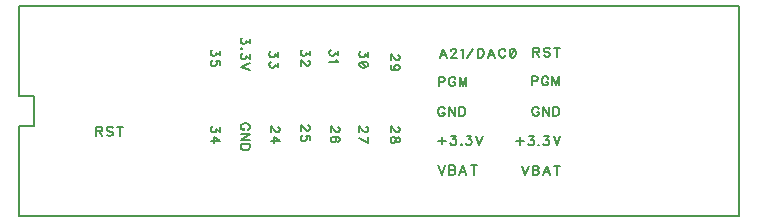
<source format=gto>
G04 DipTrace 3.0.0.2*
G04 Teensy-TC36--T3.2-Adapter.gto*
%MOIN*%
G04 #@! TF.FileFunction,Legend,Top*
G04 #@! TF.Part,Single*
%ADD13C,0.008*%
%ADD14C,0.007*%
%FSLAX26Y26*%
G04*
G70*
G90*
G75*
G01*
G04 TopSilk*
%LPD*%
X443621Y693721D2*
D13*
Y793681D1*
X393701D1*
Y1093701D1*
X2793701D1*
Y393701D1*
X393701D1*
Y693721D1*
X443621D1*
X650635Y678141D2*
D14*
X663535D1*
X667846Y679601D1*
X669305Y681027D1*
X670731Y683878D1*
Y686763D1*
X669305Y689615D1*
X667846Y691075D1*
X663535Y692500D1*
X650635D1*
Y662356D1*
X660683Y678141D2*
X670731Y662356D1*
X704827Y688189D2*
X701975Y691075D1*
X697664Y692500D1*
X691927D1*
X687616Y691075D1*
X684731Y688189D1*
Y685338D1*
X686191Y682452D1*
X687616Y681027D1*
X690468Y679601D1*
X699090Y676715D1*
X701975Y675290D1*
X703401Y673830D1*
X704827Y670979D1*
Y666667D1*
X701975Y663816D1*
X697664Y662356D1*
X691927D1*
X687616Y663816D1*
X684731Y666667D1*
X728875Y692500D2*
Y662356D1*
X718827Y692500D2*
X738923D1*
X2107599Y941964D2*
X2120499D1*
X2124810Y943423D1*
X2126269Y944849D1*
X2127695Y947701D1*
Y950586D1*
X2126269Y953438D1*
X2124810Y954897D1*
X2120499Y956323D1*
X2107599D1*
Y926179D1*
X2117647Y941964D2*
X2127695Y926179D1*
X2161791Y952012D2*
X2158939Y954897D1*
X2154628Y956323D1*
X2148891D1*
X2144580Y954897D1*
X2141695Y952012D1*
Y949160D1*
X2143154Y946275D1*
X2144580Y944849D1*
X2147432Y943423D1*
X2156054Y940538D1*
X2158939Y939112D1*
X2160365Y937653D1*
X2161791Y934801D1*
Y930490D1*
X2158939Y927638D1*
X2154628Y926179D1*
X2148891D1*
X2144580Y927638D1*
X2141695Y930490D1*
X2185839Y956323D2*
Y926179D1*
X2175791Y956323D2*
X2195887D1*
X2101210Y844702D2*
X2114143D1*
X2118421Y846128D1*
X2119880Y847587D1*
X2121306Y850439D1*
Y854750D1*
X2119880Y857602D1*
X2118421Y859061D1*
X2114143Y860487D1*
X2101210D1*
Y830343D1*
X2156828Y853324D2*
X2155402Y856176D1*
X2152517Y859061D1*
X2149665Y860487D1*
X2143928D1*
X2141043Y859061D1*
X2138191Y856176D1*
X2136732Y853324D1*
X2135306Y849013D1*
Y841817D1*
X2136732Y837539D1*
X2138191Y834654D1*
X2141043Y831802D1*
X2143928Y830343D1*
X2149665D1*
X2152517Y831802D1*
X2155402Y834654D1*
X2156828Y837539D1*
Y841817D1*
X2149665D1*
X2193776Y830343D2*
Y860487D1*
X2182302Y830343D1*
X2170828Y860487D1*
Y830343D1*
X1791599Y843380D2*
X1804532D1*
X1808810Y844805D1*
X1810269Y846265D1*
X1811695Y849117D1*
Y853428D1*
X1810269Y856279D1*
X1808810Y857739D1*
X1804532Y859165D1*
X1791599D1*
Y829021D1*
X1847217Y852002D2*
X1845791Y854853D1*
X1842906Y857739D1*
X1840054Y859165D1*
X1834317D1*
X1831432Y857739D1*
X1828580Y854853D1*
X1827121Y852002D1*
X1825695Y847691D1*
Y840494D1*
X1827121Y836217D1*
X1828580Y833332D1*
X1831432Y830480D1*
X1834317Y829021D1*
X1840054D1*
X1842906Y830480D1*
X1845791Y833332D1*
X1847217Y836217D1*
Y840494D1*
X1840054D1*
X1884165Y829021D2*
Y859165D1*
X1872691Y829021D1*
X1861217Y859165D1*
Y829021D1*
X2125342Y751907D2*
X2123916Y754759D1*
X2121031Y757644D1*
X2118179Y759070D1*
X2112442D1*
X2109557Y757644D1*
X2106705Y754759D1*
X2105246Y751907D1*
X2103820Y747596D1*
Y740400D1*
X2105246Y736122D1*
X2106705Y733237D1*
X2109557Y730385D1*
X2112442Y728926D1*
X2118179D1*
X2121031Y730385D1*
X2123916Y733237D1*
X2125342Y736122D1*
Y740400D1*
X2118179D1*
X2159438Y759070D2*
Y728926D1*
X2139342Y759070D1*
Y728926D1*
X2173438Y759070D2*
Y728926D1*
X2183486D1*
X2187797Y730385D1*
X2190682Y733237D1*
X2192108Y736122D1*
X2193534Y740400D1*
Y747596D1*
X2192108Y751907D1*
X2190682Y754759D1*
X2187797Y757644D1*
X2183486Y759070D1*
X2173438D1*
X1811249Y751650D2*
X1809823Y754502D1*
X1806938Y757387D1*
X1804086Y758813D1*
X1798349D1*
X1795464Y757387D1*
X1792612Y754502D1*
X1791153Y751650D1*
X1789727Y747339D1*
Y740143D1*
X1791153Y735865D1*
X1792612Y732980D1*
X1795464Y730128D1*
X1798349Y728669D1*
X1804086D1*
X1806938Y730128D1*
X1809823Y732980D1*
X1811249Y735865D1*
Y740143D1*
X1804086D1*
X1845345Y758813D2*
Y728669D1*
X1825249Y758813D1*
Y728669D1*
X1859345Y758813D2*
Y728669D1*
X1869393D1*
X1873704Y730128D1*
X1876589Y732980D1*
X1878015Y735865D1*
X1879441Y740143D1*
Y747339D1*
X1878015Y751650D1*
X1876589Y754502D1*
X1873704Y757387D1*
X1869393Y758813D1*
X1859345D1*
X2062823Y658723D2*
Y632890D1*
X2049923Y645790D2*
X2075756D1*
X2092641Y660862D2*
X2108393D1*
X2099804Y649388D1*
X2104115D1*
X2106967Y647962D1*
X2108393Y646536D1*
X2109852Y642225D1*
Y639374D1*
X2108393Y635062D1*
X2105541Y632177D1*
X2101230Y630751D1*
X2096919D1*
X2092641Y632177D1*
X2091215Y633637D1*
X2089756Y636488D1*
X2125278Y633637D2*
X2123852Y632177D1*
X2125278Y630751D1*
X2126737Y632177D1*
X2125278Y633637D1*
X2143622Y660862D2*
X2159374D1*
X2150785Y649388D1*
X2155096D1*
X2157948Y647962D1*
X2159374Y646536D1*
X2160833Y642225D1*
Y639374D1*
X2159374Y635062D1*
X2156522Y632177D1*
X2152211Y630751D1*
X2147900D1*
X2143622Y632177D1*
X2142196Y633637D1*
X2140737Y636488D1*
X2174833Y660895D2*
X2186307Y630751D1*
X2197781Y660895D1*
X1803958Y659726D2*
Y633893D1*
X1791058Y646793D2*
X1816891D1*
X1833776Y661865D2*
X1849528D1*
X1840939Y650391D1*
X1845250D1*
X1848102Y648965D1*
X1849528Y647539D1*
X1850987Y643228D1*
Y640376D1*
X1849528Y636065D1*
X1846676Y633180D1*
X1842365Y631754D1*
X1838054D1*
X1833776Y633180D1*
X1832350Y634639D1*
X1830891Y637491D1*
X1866413Y634639D2*
X1864987Y633180D1*
X1866413Y631754D1*
X1867872Y633180D1*
X1866413Y634639D1*
X1884757Y661865D2*
X1900509D1*
X1891920Y650391D1*
X1896231D1*
X1899083Y648965D1*
X1900509Y647539D1*
X1901968Y643228D1*
Y640376D1*
X1900509Y636065D1*
X1897657Y633180D1*
X1893346Y631754D1*
X1889035D1*
X1884757Y633180D1*
X1883331Y634639D1*
X1881872Y637491D1*
X1915968Y661898D2*
X1927442Y631754D1*
X1938916Y661898D1*
X2068755Y562721D2*
X2080229Y532577D1*
X2091703Y562721D1*
X2105703D2*
Y532577D1*
X2118636D1*
X2122947Y534036D1*
X2124373Y535462D1*
X2125799Y538314D1*
Y542625D1*
X2124373Y545510D1*
X2122947Y546936D1*
X2118636Y548362D1*
X2122947Y549821D1*
X2124373Y551247D1*
X2125799Y554099D1*
Y556984D1*
X2124373Y559836D1*
X2122947Y561295D1*
X2118636Y562721D1*
X2105703D1*
Y548362D2*
X2118636D1*
X2162780Y532577D2*
X2151273Y562721D1*
X2139799Y532577D1*
X2144110Y542625D2*
X2158469D1*
X2186828Y562721D2*
Y532577D1*
X2176780Y562721D2*
X2196876D1*
X1790054Y563724D2*
X1801528Y533580D1*
X1813002Y563724D1*
X1827002D2*
Y533580D1*
X1839935D1*
X1844246Y535039D1*
X1845672Y536465D1*
X1847098Y539317D1*
Y543628D1*
X1845672Y546513D1*
X1844246Y547939D1*
X1839935Y549365D1*
X1844246Y550824D1*
X1845672Y552250D1*
X1847098Y555102D1*
Y557987D1*
X1845672Y560838D1*
X1844246Y562298D1*
X1839935Y563724D1*
X1827002D1*
Y549365D2*
X1839935D1*
X1884079Y533580D2*
X1872572Y563724D1*
X1861098Y533580D1*
X1865409Y543628D2*
X1879768D1*
X1908127Y563724D2*
Y533580D1*
X1898079Y563724D2*
X1918175D1*
X1818329Y923116D2*
X1806822Y953260D1*
X1795348Y923116D1*
X1799659Y933164D2*
X1814018D1*
X1833788Y946064D2*
Y947490D1*
X1835214Y950375D1*
X1836640Y951801D1*
X1839525Y953227D1*
X1845262D1*
X1848114Y951801D1*
X1849540Y950375D1*
X1850999Y947490D1*
Y944638D1*
X1849540Y941753D1*
X1846688Y937475D1*
X1832329Y923116D1*
X1852425D1*
X1866425Y947490D2*
X1869310Y948949D1*
X1873621Y953227D1*
Y923116D1*
X1887621D2*
X1907717Y953227D1*
X1921717Y953260D2*
Y923116D1*
X1931765D1*
X1936076Y924575D1*
X1938961Y927427D1*
X1940387Y930312D1*
X1941813Y934590D1*
Y941786D1*
X1940387Y946097D1*
X1938961Y948949D1*
X1936076Y951834D1*
X1931765Y953260D1*
X1921717D1*
X1978794Y923116D2*
X1967287Y953260D1*
X1955813Y923116D1*
X1960124Y933164D2*
X1974483D1*
X2014316Y946097D2*
X2012890Y948949D1*
X2010005Y951834D1*
X2007153Y953260D1*
X2001416D1*
X1998531Y951834D1*
X1995679Y948949D1*
X1994220Y946097D1*
X1992794Y941786D1*
Y934590D1*
X1994220Y930312D1*
X1995679Y927427D1*
X1998531Y924575D1*
X2001416Y923116D1*
X2007153D1*
X2010005Y924575D1*
X2012890Y927427D1*
X2014316Y930312D1*
X2036938Y953227D2*
X2032627Y951801D1*
X2029742Y947490D1*
X2028316Y940327D1*
Y936016D1*
X2029742Y928853D1*
X2032627Y924542D1*
X2036938Y923116D1*
X2039790D1*
X2044101Y924542D1*
X2046953Y928853D1*
X2048412Y936016D1*
Y940327D1*
X2046953Y947490D1*
X2044101Y951801D1*
X2039790Y953227D1*
X2036938D1*
X2046953Y947490D2*
X2029742Y928853D1*
X1161833Y986063D2*
Y970311D1*
X1150359Y978900D1*
Y974589D1*
X1148933Y971737D1*
X1147508Y970311D1*
X1143196Y968852D1*
X1140345D1*
X1136034Y970311D1*
X1133148Y973163D1*
X1131723Y977474D1*
Y981785D1*
X1133149Y986063D1*
X1134608Y987488D1*
X1137460Y988948D1*
X1134608Y953426D2*
X1133149Y954852D1*
X1131723Y953426D1*
X1133149Y951967D1*
X1134608Y953426D1*
X1161833Y935082D2*
Y919330D1*
X1150359Y927919D1*
Y923608D1*
X1148933Y920756D1*
X1147508Y919330D1*
X1143197Y917871D1*
X1140345D1*
X1136034Y919330D1*
X1133149Y922182D1*
X1131723Y926493D1*
Y930804D1*
X1133149Y935082D1*
X1134608Y936508D1*
X1137460Y937967D1*
X1161867Y903871D2*
X1131723Y892397D1*
X1161867Y880923D1*
X1061833Y946063D2*
Y930311D1*
X1050359Y938900D1*
Y934589D1*
X1048933Y931737D1*
X1047508Y930311D1*
X1043196Y928852D1*
X1040345D1*
X1036034Y930311D1*
X1033148Y933163D1*
X1031723Y937474D1*
Y941785D1*
X1033149Y946063D1*
X1034608Y947488D1*
X1037460Y948948D1*
X1061833Y897641D2*
Y911967D1*
X1048933Y913393D1*
X1050359Y911967D1*
X1051819Y907656D1*
Y903378D1*
X1050359Y899067D1*
X1047508Y896182D1*
X1043197Y894756D1*
X1040345D1*
X1036034Y896182D1*
X1033149Y899067D1*
X1031723Y903378D1*
Y907656D1*
X1033149Y911967D1*
X1034608Y913393D1*
X1037460Y914852D1*
X1256833Y941063D2*
Y925311D1*
X1245359Y933900D1*
Y929589D1*
X1243933Y926737D1*
X1242508Y925311D1*
X1238196Y923852D1*
X1235345D1*
X1231034Y925311D1*
X1228148Y928163D1*
X1226723Y932474D1*
Y936785D1*
X1228149Y941063D1*
X1229608Y942488D1*
X1232460Y943948D1*
X1256833Y906967D2*
Y891215D1*
X1245359Y899804D1*
Y895493D1*
X1243933Y892641D1*
X1242508Y891215D1*
X1238197Y889756D1*
X1235345D1*
X1231034Y891215D1*
X1228149Y894067D1*
X1226723Y898378D1*
Y902689D1*
X1228149Y906967D1*
X1229608Y908393D1*
X1232460Y909852D1*
X1361833Y946063D2*
Y930311D1*
X1350359Y938900D1*
Y934589D1*
X1348933Y931737D1*
X1347508Y930311D1*
X1343196Y928852D1*
X1340345D1*
X1336034Y930311D1*
X1333148Y933163D1*
X1331723Y937474D1*
Y941785D1*
X1333149Y946063D1*
X1334608Y947488D1*
X1337460Y948948D1*
X1354670Y913393D2*
X1356096D1*
X1358981Y911967D1*
X1360407Y910541D1*
X1361833Y907656D1*
Y901919D1*
X1360407Y899067D1*
X1358981Y897641D1*
X1356096Y896182D1*
X1353245D1*
X1350359Y897641D1*
X1346082Y900493D1*
X1331723Y914852D1*
Y894756D1*
X1456833Y946063D2*
Y930311D1*
X1445359Y938900D1*
Y934589D1*
X1443933Y931737D1*
X1442508Y930311D1*
X1438196Y928852D1*
X1435345D1*
X1431034Y930311D1*
X1428148Y933163D1*
X1426723Y937474D1*
Y941785D1*
X1428149Y946063D1*
X1429608Y947488D1*
X1432460Y948948D1*
X1451096Y914852D2*
X1452556Y911967D1*
X1456833Y907656D1*
X1426723D1*
X1556833Y941063D2*
Y925311D1*
X1545359Y933900D1*
Y929589D1*
X1543933Y926737D1*
X1542508Y925311D1*
X1538196Y923852D1*
X1535345D1*
X1531034Y925311D1*
X1528148Y928163D1*
X1526723Y932474D1*
Y936785D1*
X1528149Y941063D1*
X1529608Y942488D1*
X1532460Y943948D1*
X1556833Y901230D2*
X1555407Y905541D1*
X1551096Y908426D1*
X1543933Y909852D1*
X1539622D1*
X1532460Y908426D1*
X1528149Y905541D1*
X1526723Y901230D1*
Y898378D1*
X1528149Y894067D1*
X1532460Y891215D1*
X1539622Y889756D1*
X1543933D1*
X1551096Y891215D1*
X1555407Y894067D1*
X1556833Y898378D1*
Y901230D1*
X1551096Y891215D2*
X1532460Y908426D1*
X1654671Y932488D2*
X1656096D1*
X1658982Y931063D1*
X1660407Y929637D1*
X1661833Y926751D1*
Y921015D1*
X1660407Y918163D1*
X1658981Y916737D1*
X1656096Y915278D1*
X1653245D1*
X1650359Y916737D1*
X1646082Y919589D1*
X1631723Y933948D1*
Y913852D1*
X1651819Y881182D2*
X1647508Y882641D1*
X1644622Y885493D1*
X1643197Y889804D1*
Y891230D1*
X1644622Y895541D1*
X1647508Y898393D1*
X1651819Y899852D1*
X1653244D1*
X1657556Y898393D1*
X1660407Y895541D1*
X1661833Y891230D1*
Y889804D1*
X1660407Y885493D1*
X1657556Y882641D1*
X1651819Y881182D1*
X1644622D1*
X1637460Y882641D1*
X1633149Y885493D1*
X1631723Y889804D1*
Y892656D1*
X1633149Y896967D1*
X1636034Y898393D1*
X1154704Y682426D2*
X1157556Y683852D1*
X1160441Y686737D1*
X1161867Y689589D1*
Y695326D1*
X1160441Y698211D1*
X1157556Y701063D1*
X1154704Y702522D1*
X1150393Y703948D1*
X1143197D1*
X1138919Y702522D1*
X1136034Y701063D1*
X1133182Y698211D1*
X1131723Y695326D1*
Y689589D1*
X1133182Y686737D1*
X1136034Y683852D1*
X1138919Y682426D1*
X1143196D1*
Y689589D1*
X1161867Y648330D2*
X1131723D1*
X1161867Y668426D1*
X1131723D1*
X1161867Y634330D2*
X1131723D1*
Y624282D1*
X1133182Y619971D1*
X1136034Y617086D1*
X1138919Y615660D1*
X1143197Y614234D1*
X1150393D1*
X1154704Y615660D1*
X1157556Y617086D1*
X1160441Y619971D1*
X1161867Y624282D1*
Y634330D1*
X1061833Y691063D2*
Y675311D1*
X1050359Y683900D1*
Y679589D1*
X1048933Y676737D1*
X1047508Y675311D1*
X1043196Y673852D1*
X1040345D1*
X1036034Y675311D1*
X1033148Y678163D1*
X1031723Y682474D1*
Y686785D1*
X1033149Y691063D1*
X1034608Y692488D1*
X1037460Y693948D1*
X1031723Y645493D2*
X1061833D1*
X1041771Y659852D1*
Y638330D1*
X1254671Y692488D2*
X1256096D1*
X1258982Y691063D1*
X1260407Y689637D1*
X1261833Y686751D1*
Y681015D1*
X1260407Y678163D1*
X1258981Y676737D1*
X1256096Y675278D1*
X1253245D1*
X1250359Y676737D1*
X1246082Y679589D1*
X1231723Y693948D1*
Y673852D1*
Y645493D2*
X1261833D1*
X1241771Y659852D1*
Y638330D1*
X1354671Y697488D2*
X1356096D1*
X1358982Y696063D1*
X1360407Y694637D1*
X1361833Y691751D1*
Y686015D1*
X1360407Y683163D1*
X1358981Y681737D1*
X1356096Y680278D1*
X1353245D1*
X1350359Y681737D1*
X1346082Y684589D1*
X1331723Y698948D1*
Y678852D1*
X1361833Y647641D2*
Y661967D1*
X1348933Y663393D1*
X1350359Y661967D1*
X1351819Y657656D1*
Y653378D1*
X1350359Y649067D1*
X1347508Y646182D1*
X1343197Y644756D1*
X1340345D1*
X1336034Y646182D1*
X1333149Y649067D1*
X1331723Y653378D1*
Y657656D1*
X1333149Y661967D1*
X1334608Y663393D1*
X1337460Y664852D1*
X1454671Y692488D2*
X1456096D1*
X1458982Y691063D1*
X1460407Y689637D1*
X1461833Y686751D1*
Y681015D1*
X1460407Y678163D1*
X1458981Y676737D1*
X1456096Y675278D1*
X1453245D1*
X1450359Y676737D1*
X1446082Y679589D1*
X1431723Y693948D1*
Y673852D1*
X1457556Y642641D2*
X1460407Y644067D1*
X1461833Y648378D1*
Y651230D1*
X1460407Y655541D1*
X1456096Y658426D1*
X1448933Y659852D1*
X1441771D1*
X1436034Y658426D1*
X1433149Y655541D1*
X1431723Y651230D1*
Y649804D1*
X1433149Y645526D1*
X1436034Y642641D1*
X1440345Y641215D1*
X1441771D1*
X1446082Y642641D1*
X1448933Y645526D1*
X1450359Y649804D1*
Y651230D1*
X1448933Y655541D1*
X1446082Y658426D1*
X1441771Y659852D1*
X1549671Y692488D2*
X1551096D1*
X1553982Y691063D1*
X1555407Y689637D1*
X1556833Y686751D1*
Y681015D1*
X1555407Y678163D1*
X1553981Y676737D1*
X1551096Y675278D1*
X1548245D1*
X1545359Y676737D1*
X1541082Y679589D1*
X1526723Y693948D1*
Y673852D1*
Y654115D2*
X1556833Y639756D1*
Y659852D1*
X1654671Y692488D2*
X1656096D1*
X1658982Y691063D1*
X1660407Y689637D1*
X1661833Y686751D1*
Y681015D1*
X1660407Y678163D1*
X1658981Y676737D1*
X1656096Y675278D1*
X1653245D1*
X1650359Y676737D1*
X1646082Y679589D1*
X1631723Y693948D1*
Y673852D1*
X1661833Y652689D2*
X1660407Y656967D1*
X1657556Y658426D1*
X1654670D1*
X1651819Y656967D1*
X1650359Y654115D1*
X1648933Y648378D1*
X1647508Y644067D1*
X1644622Y641215D1*
X1641771Y639789D1*
X1637460D1*
X1634608Y641215D1*
X1633149Y642641D1*
X1631723Y646952D1*
Y652689D1*
X1633149Y656967D1*
X1634608Y658426D1*
X1637460Y659852D1*
X1641771D1*
X1644622Y658426D1*
X1647508Y655541D1*
X1648933Y651263D1*
X1650359Y645526D1*
X1651819Y642641D1*
X1654670Y641215D1*
X1657556D1*
X1660407Y642641D1*
X1661833Y646952D1*
Y652689D1*
M02*

</source>
